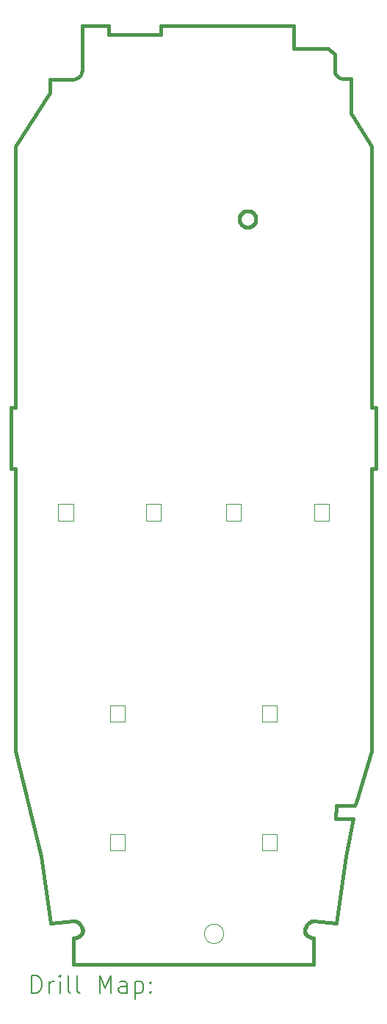
<source format=gbr>
%TF.GenerationSoftware,KiCad,Pcbnew,8.0.4*%
%TF.CreationDate,2024-10-09T19:51:08+11:00*%
%TF.ProjectId,nokia,6e6f6b69-612e-46b6-9963-61645f706362,rev?*%
%TF.SameCoordinates,Original*%
%TF.FileFunction,Drillmap*%
%TF.FilePolarity,Positive*%
%FSLAX45Y45*%
G04 Gerber Fmt 4.5, Leading zero omitted, Abs format (unit mm)*
G04 Created by KiCad (PCBNEW 8.0.4) date 2024-10-09 19:51:08*
%MOMM*%
%LPD*%
G01*
G04 APERTURE LIST*
%ADD10C,0.050000*%
%ADD11C,0.399999*%
%ADD12C,0.200000*%
G04 APERTURE END LIST*
D10*
X3290000Y-11240000D02*
X3460000Y-11240000D01*
X3460000Y-11430000D01*
X3290000Y-11430000D01*
X3290000Y-11240000D01*
X4597304Y-12387500D02*
G75*
G02*
X4374316Y-12387500I-111494J0D01*
G01*
X4374316Y-12387500D02*
G75*
G02*
X4597304Y-12387500I111494J0D01*
G01*
X3290000Y-9755000D02*
X3460000Y-9755000D01*
X3460000Y-9945000D01*
X3290000Y-9945000D01*
X3290000Y-9755000D01*
X4627500Y-7440000D02*
X4797500Y-7440000D01*
X4797500Y-7630000D01*
X4627500Y-7630000D01*
X4627500Y-7440000D01*
X5040000Y-9755000D02*
X5210000Y-9755000D01*
X5210000Y-9945000D01*
X5040000Y-9945000D01*
X5040000Y-9755000D01*
X5040000Y-11240000D02*
X5210000Y-11240000D01*
X5210000Y-11430000D01*
X5040000Y-11430000D01*
X5040000Y-11240000D01*
D11*
X3271000Y-2036141D02*
X3871000Y-2036141D01*
X3871000Y-1936141D01*
X5400000Y-1936141D01*
X5400000Y-2200000D01*
X5590000Y-2200000D01*
X5804360Y-2200000D01*
X5874359Y-2270000D01*
X5874356Y-2450000D01*
X5880000Y-2475000D01*
X5890000Y-2495000D01*
X5905000Y-2515000D01*
X5920000Y-2530000D01*
X5940000Y-2540000D01*
X5960000Y-2545000D01*
X5975000Y-2545000D01*
X5995000Y-2545000D01*
X6066340Y-2545000D01*
X6066340Y-2942276D01*
X6277353Y-3281646D01*
X6303610Y-3323876D01*
X6303610Y-6330000D01*
X6353610Y-6330000D01*
X6353610Y-7030000D01*
X6303610Y-7030000D01*
X6303610Y-10280077D01*
X6123633Y-10879577D01*
X6110000Y-10909577D01*
X5894104Y-10909577D01*
X5890000Y-11060000D01*
X6090000Y-11060000D01*
X6068636Y-11189738D01*
X6009206Y-11498709D01*
X5895912Y-12266175D01*
X5635947Y-12236176D01*
X5631515Y-12236372D01*
X5627030Y-12236951D01*
X5622505Y-12237895D01*
X5617953Y-12239190D01*
X5613387Y-12240818D01*
X5608819Y-12242763D01*
X5604261Y-12245009D01*
X5599727Y-12247539D01*
X5595229Y-12250337D01*
X5590780Y-12253387D01*
X5582079Y-12260178D01*
X5573725Y-12267779D01*
X5565821Y-12276062D01*
X5558466Y-12284895D01*
X5551763Y-12294147D01*
X5545813Y-12303689D01*
X5540718Y-12313389D01*
X5536579Y-12323117D01*
X5534899Y-12327951D01*
X5533497Y-12332743D01*
X5532384Y-12337476D01*
X5531573Y-12342135D01*
X5531078Y-12346703D01*
X5530910Y-12351164D01*
X5531080Y-12355537D01*
X5531578Y-12359852D01*
X5532391Y-12364104D01*
X5533506Y-12368289D01*
X5534910Y-12372399D01*
X5536591Y-12376431D01*
X5538536Y-12380379D01*
X5540733Y-12384238D01*
X5543168Y-12388001D01*
X5545830Y-12391665D01*
X5548705Y-12395222D01*
X5551781Y-12398669D01*
X5558484Y-12405210D01*
X5565839Y-12411242D01*
X5573743Y-12416725D01*
X5582095Y-12421615D01*
X5590795Y-12425870D01*
X5599739Y-12429447D01*
X5608828Y-12432303D01*
X5617960Y-12434396D01*
X5627033Y-12435682D01*
X5631516Y-12436010D01*
X5635947Y-12436120D01*
X5635947Y-12736153D01*
X4565934Y-12736153D01*
X4365947Y-12736153D01*
X2865935Y-12736153D01*
X2865935Y-12436120D01*
X2870365Y-12436010D01*
X2874848Y-12435682D01*
X2879370Y-12435143D01*
X2883919Y-12434396D01*
X2888482Y-12433448D01*
X2893048Y-12432303D01*
X2897602Y-12430968D01*
X2902133Y-12429447D01*
X2906627Y-12427746D01*
X2911073Y-12425871D01*
X2915457Y-12423825D01*
X2919767Y-12421616D01*
X2923990Y-12419247D01*
X2928114Y-12416726D01*
X2932125Y-12414056D01*
X2936012Y-12411243D01*
X2939762Y-12408292D01*
X2943361Y-12405210D01*
X2946798Y-12402000D01*
X2950059Y-12398670D01*
X2953132Y-12395223D01*
X2956005Y-12391665D01*
X2958664Y-12388001D01*
X2961097Y-12384238D01*
X2963292Y-12380379D01*
X2965235Y-12376432D01*
X2966914Y-12372400D01*
X2968317Y-12368289D01*
X2969431Y-12364104D01*
X2970243Y-12359852D01*
X2970740Y-12355537D01*
X2970910Y-12351164D01*
X2970743Y-12346703D01*
X2970248Y-12342135D01*
X2969438Y-12337476D01*
X2968326Y-12332743D01*
X2966925Y-12327951D01*
X2965247Y-12323117D01*
X2963305Y-12318258D01*
X2961112Y-12313389D01*
X2958680Y-12308527D01*
X2956021Y-12303689D01*
X2950077Y-12294147D01*
X2943379Y-12284895D01*
X2936030Y-12276062D01*
X2928131Y-12267779D01*
X2919783Y-12260178D01*
X2915473Y-12256673D01*
X2911088Y-12253387D01*
X2906641Y-12250337D01*
X2902145Y-12247539D01*
X2897613Y-12245009D01*
X2893057Y-12242763D01*
X2888491Y-12240818D01*
X2883926Y-12239190D01*
X2879375Y-12237895D01*
X2874851Y-12236951D01*
X2870367Y-12236372D01*
X2865935Y-12236176D01*
X2605810Y-12266175D01*
X2492676Y-11498709D01*
X2193810Y-10280027D01*
X2193810Y-7030000D01*
X2143810Y-7030000D01*
X2143810Y-6330000D01*
X2193810Y-6330000D01*
X2193810Y-3323885D01*
X2594632Y-2702990D01*
X2594632Y-2550076D01*
X2860000Y-2550076D01*
X2890000Y-2545000D01*
X2925000Y-2530000D01*
X2945000Y-2505000D01*
X2955000Y-2480000D01*
X2962010Y-2440000D01*
X2962010Y-1936141D01*
X3271000Y-1936141D01*
X3271000Y-2036141D01*
D10*
X2690000Y-7440000D02*
X2860000Y-7440000D01*
X2860000Y-7630000D01*
X2690000Y-7630000D01*
X2690000Y-7440000D01*
X3705000Y-7440000D02*
X3875000Y-7440000D01*
X3875000Y-7630000D01*
X3705000Y-7630000D01*
X3705000Y-7440000D01*
X5642500Y-7440000D02*
X5812500Y-7440000D01*
X5812500Y-7630000D01*
X5642500Y-7630000D01*
X5642500Y-7440000D01*
D11*
X4877229Y-4065486D02*
X4882052Y-4065854D01*
X4886805Y-4066458D01*
X4891482Y-4067294D01*
X4896077Y-4068355D01*
X4900583Y-4069636D01*
X4904996Y-4071129D01*
X4909309Y-4072831D01*
X4913516Y-4074733D01*
X4917611Y-4076831D01*
X4921588Y-4079118D01*
X4925442Y-4081588D01*
X4929165Y-4084237D01*
X4932753Y-4087056D01*
X4936199Y-4090041D01*
X4939498Y-4093186D01*
X4942643Y-4096485D01*
X4945628Y-4099931D01*
X4948448Y-4103519D01*
X4951096Y-4107242D01*
X4953566Y-4111096D01*
X4955854Y-4115073D01*
X4957951Y-4119168D01*
X4959854Y-4123375D01*
X4961555Y-4127688D01*
X4963048Y-4132101D01*
X4964329Y-4136608D01*
X4965390Y-4141202D01*
X4966226Y-4145879D01*
X4966831Y-4150632D01*
X4967198Y-4155456D01*
X4967323Y-4160343D01*
X4967208Y-4165054D01*
X4966861Y-4169734D01*
X4966286Y-4174373D01*
X4965487Y-4178966D01*
X4964465Y-4183502D01*
X4963225Y-4187976D01*
X4961770Y-4192379D01*
X4960102Y-4196704D01*
X4958226Y-4200942D01*
X4956144Y-4205085D01*
X4953860Y-4209127D01*
X4951377Y-4213059D01*
X4948697Y-4216873D01*
X4945825Y-4220562D01*
X4942764Y-4224118D01*
X4939516Y-4227533D01*
X4936103Y-4230782D01*
X4932549Y-4233846D01*
X4928861Y-4236720D01*
X4925049Y-4239401D01*
X4921118Y-4241887D01*
X4917078Y-4244173D01*
X4912935Y-4246257D01*
X4908698Y-4248136D01*
X4904375Y-4249806D01*
X4899972Y-4251263D01*
X4895499Y-4252506D01*
X4890963Y-4253530D01*
X4886371Y-4254332D01*
X4881732Y-4254909D01*
X4877052Y-4255258D01*
X4872341Y-4255376D01*
X4867628Y-4255261D01*
X4862947Y-4254914D01*
X4858306Y-4254339D01*
X4853712Y-4253538D01*
X4849174Y-4252516D01*
X4844699Y-4251275D01*
X4840294Y-4249819D01*
X4835969Y-4248151D01*
X4831730Y-4246273D01*
X4827585Y-4244190D01*
X4823542Y-4241904D01*
X4819609Y-4239419D01*
X4815794Y-4236738D01*
X4812105Y-4233864D01*
X4808549Y-4230801D01*
X4805133Y-4227551D01*
X4801884Y-4224136D01*
X4798820Y-4220580D01*
X4795946Y-4216890D01*
X4793265Y-4213075D01*
X4790780Y-4209142D01*
X4788494Y-4205099D01*
X4786411Y-4200955D01*
X4784534Y-4196716D01*
X4782865Y-4192390D01*
X4781409Y-4187985D01*
X4780168Y-4183510D01*
X4779146Y-4178972D01*
X4778346Y-4174378D01*
X4777771Y-4169737D01*
X4777424Y-4165056D01*
X4777309Y-4160343D01*
X4777425Y-4155635D01*
X4777773Y-4150959D01*
X4778350Y-4146322D01*
X4779151Y-4141732D01*
X4780174Y-4137197D01*
X4781416Y-4132725D01*
X4782873Y-4128324D01*
X4784541Y-4124001D01*
X4786419Y-4119765D01*
X4788502Y-4115622D01*
X4790788Y-4111582D01*
X4793273Y-4107651D01*
X4795953Y-4103838D01*
X4798827Y-4100150D01*
X4801889Y-4096595D01*
X4805138Y-4093181D01*
X4808553Y-4089933D01*
X4812108Y-4086871D01*
X4815796Y-4083998D01*
X4819610Y-4081318D01*
X4823541Y-4078834D01*
X4827583Y-4076548D01*
X4831726Y-4074466D01*
X4835963Y-4072589D01*
X4840288Y-4070921D01*
X4844690Y-4069464D01*
X4849164Y-4068224D01*
X4853701Y-4067201D01*
X4858293Y-4066401D01*
X4862932Y-4065825D01*
X4867612Y-4065478D01*
X4872323Y-4065361D01*
X4872341Y-4065361D01*
X4877229Y-4065486D01*
D12*
X2384587Y-13067637D02*
X2384587Y-12867637D01*
X2384587Y-12867637D02*
X2432206Y-12867637D01*
X2432206Y-12867637D02*
X2460778Y-12877160D01*
X2460778Y-12877160D02*
X2479825Y-12896208D01*
X2479825Y-12896208D02*
X2489349Y-12915256D01*
X2489349Y-12915256D02*
X2498873Y-12953351D01*
X2498873Y-12953351D02*
X2498873Y-12981922D01*
X2498873Y-12981922D02*
X2489349Y-13020018D01*
X2489349Y-13020018D02*
X2479825Y-13039065D01*
X2479825Y-13039065D02*
X2460778Y-13058113D01*
X2460778Y-13058113D02*
X2432206Y-13067637D01*
X2432206Y-13067637D02*
X2384587Y-13067637D01*
X2584587Y-13067637D02*
X2584587Y-12934303D01*
X2584587Y-12972399D02*
X2594111Y-12953351D01*
X2594111Y-12953351D02*
X2603635Y-12943827D01*
X2603635Y-12943827D02*
X2622682Y-12934303D01*
X2622682Y-12934303D02*
X2641730Y-12934303D01*
X2708397Y-13067637D02*
X2708397Y-12934303D01*
X2708397Y-12867637D02*
X2698873Y-12877160D01*
X2698873Y-12877160D02*
X2708397Y-12886684D01*
X2708397Y-12886684D02*
X2717920Y-12877160D01*
X2717920Y-12877160D02*
X2708397Y-12867637D01*
X2708397Y-12867637D02*
X2708397Y-12886684D01*
X2832206Y-13067637D02*
X2813158Y-13058113D01*
X2813158Y-13058113D02*
X2803635Y-13039065D01*
X2803635Y-13039065D02*
X2803635Y-12867637D01*
X2936968Y-13067637D02*
X2917920Y-13058113D01*
X2917920Y-13058113D02*
X2908397Y-13039065D01*
X2908397Y-13039065D02*
X2908397Y-12867637D01*
X3165539Y-13067637D02*
X3165539Y-12867637D01*
X3165539Y-12867637D02*
X3232206Y-13010494D01*
X3232206Y-13010494D02*
X3298873Y-12867637D01*
X3298873Y-12867637D02*
X3298873Y-13067637D01*
X3479825Y-13067637D02*
X3479825Y-12962875D01*
X3479825Y-12962875D02*
X3470301Y-12943827D01*
X3470301Y-12943827D02*
X3451254Y-12934303D01*
X3451254Y-12934303D02*
X3413158Y-12934303D01*
X3413158Y-12934303D02*
X3394111Y-12943827D01*
X3479825Y-13058113D02*
X3460778Y-13067637D01*
X3460778Y-13067637D02*
X3413158Y-13067637D01*
X3413158Y-13067637D02*
X3394111Y-13058113D01*
X3394111Y-13058113D02*
X3384587Y-13039065D01*
X3384587Y-13039065D02*
X3384587Y-13020018D01*
X3384587Y-13020018D02*
X3394111Y-13000970D01*
X3394111Y-13000970D02*
X3413158Y-12991446D01*
X3413158Y-12991446D02*
X3460778Y-12991446D01*
X3460778Y-12991446D02*
X3479825Y-12981922D01*
X3575063Y-12934303D02*
X3575063Y-13134303D01*
X3575063Y-12943827D02*
X3594111Y-12934303D01*
X3594111Y-12934303D02*
X3632206Y-12934303D01*
X3632206Y-12934303D02*
X3651254Y-12943827D01*
X3651254Y-12943827D02*
X3660778Y-12953351D01*
X3660778Y-12953351D02*
X3670301Y-12972399D01*
X3670301Y-12972399D02*
X3670301Y-13029541D01*
X3670301Y-13029541D02*
X3660778Y-13048589D01*
X3660778Y-13048589D02*
X3651254Y-13058113D01*
X3651254Y-13058113D02*
X3632206Y-13067637D01*
X3632206Y-13067637D02*
X3594111Y-13067637D01*
X3594111Y-13067637D02*
X3575063Y-13058113D01*
X3756016Y-13048589D02*
X3765539Y-13058113D01*
X3765539Y-13058113D02*
X3756016Y-13067637D01*
X3756016Y-13067637D02*
X3746492Y-13058113D01*
X3746492Y-13058113D02*
X3756016Y-13048589D01*
X3756016Y-13048589D02*
X3756016Y-13067637D01*
X3756016Y-12943827D02*
X3765539Y-12953351D01*
X3765539Y-12953351D02*
X3756016Y-12962875D01*
X3756016Y-12962875D02*
X3746492Y-12953351D01*
X3746492Y-12953351D02*
X3756016Y-12943827D01*
X3756016Y-12943827D02*
X3756016Y-12962875D01*
M02*

</source>
